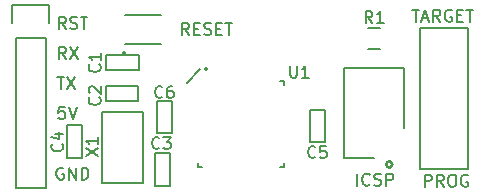
<source format=gto>
%TF.GenerationSoftware,KiCad,Pcbnew,4.0.5-e0-6337~49~ubuntu16.04.1*%
%TF.CreationDate,2017-02-09T22:12:51-08:00*%
%TF.ProjectId,avr-programmer,6176722D70726F6772616D6D65722E6B,v1.0*%
%TF.FileFunction,Legend,Top*%
%FSLAX46Y46*%
G04 Gerber Fmt 4.6, Leading zero omitted, Abs format (unit mm)*
G04 Created by KiCad (PCBNEW 4.0.5-e0-6337~49~ubuntu16.04.1) date Thu Feb  9 22:12:51 2017*
%MOMM*%
%LPD*%
G01*
G04 APERTURE LIST*
%ADD10C,0.350000*%
%ADD11C,0.152400*%
%ADD12C,0.150000*%
%ADD13C,0.254000*%
G04 APERTURE END LIST*
D10*
D11*
X135282820Y-76304019D02*
X135863391Y-76304019D01*
X135573106Y-77320019D02*
X135573106Y-76304019D01*
X136153677Y-77029733D02*
X136637486Y-77029733D01*
X136056915Y-77320019D02*
X136395582Y-76304019D01*
X136734248Y-77320019D01*
X137653486Y-77320019D02*
X137314820Y-76836210D01*
X137072915Y-77320019D02*
X137072915Y-76304019D01*
X137459962Y-76304019D01*
X137556724Y-76352400D01*
X137605105Y-76400781D01*
X137653486Y-76497543D01*
X137653486Y-76642686D01*
X137605105Y-76739448D01*
X137556724Y-76787829D01*
X137459962Y-76836210D01*
X137072915Y-76836210D01*
X138621105Y-76352400D02*
X138524343Y-76304019D01*
X138379200Y-76304019D01*
X138234058Y-76352400D01*
X138137296Y-76449162D01*
X138088915Y-76545924D01*
X138040534Y-76739448D01*
X138040534Y-76884590D01*
X138088915Y-77078114D01*
X138137296Y-77174876D01*
X138234058Y-77271638D01*
X138379200Y-77320019D01*
X138475962Y-77320019D01*
X138621105Y-77271638D01*
X138669486Y-77223257D01*
X138669486Y-76884590D01*
X138475962Y-76884590D01*
X139104915Y-76787829D02*
X139443581Y-76787829D01*
X139588724Y-77320019D02*
X139104915Y-77320019D01*
X139104915Y-76304019D01*
X139588724Y-76304019D01*
X139879010Y-76304019D02*
X140459581Y-76304019D01*
X140169296Y-77320019D02*
X140169296Y-76304019D01*
X136361715Y-91290019D02*
X136361715Y-90274019D01*
X136748762Y-90274019D01*
X136845524Y-90322400D01*
X136893905Y-90370781D01*
X136942286Y-90467543D01*
X136942286Y-90612686D01*
X136893905Y-90709448D01*
X136845524Y-90757829D01*
X136748762Y-90806210D01*
X136361715Y-90806210D01*
X137958286Y-91290019D02*
X137619620Y-90806210D01*
X137377715Y-91290019D02*
X137377715Y-90274019D01*
X137764762Y-90274019D01*
X137861524Y-90322400D01*
X137909905Y-90370781D01*
X137958286Y-90467543D01*
X137958286Y-90612686D01*
X137909905Y-90709448D01*
X137861524Y-90757829D01*
X137764762Y-90806210D01*
X137377715Y-90806210D01*
X138587239Y-90274019D02*
X138780762Y-90274019D01*
X138877524Y-90322400D01*
X138974286Y-90419162D01*
X139022667Y-90612686D01*
X139022667Y-90951352D01*
X138974286Y-91144876D01*
X138877524Y-91241638D01*
X138780762Y-91290019D01*
X138587239Y-91290019D01*
X138490477Y-91241638D01*
X138393715Y-91144876D01*
X138345334Y-90951352D01*
X138345334Y-90612686D01*
X138393715Y-90419162D01*
X138490477Y-90322400D01*
X138587239Y-90274019D01*
X139990286Y-90322400D02*
X139893524Y-90274019D01*
X139748381Y-90274019D01*
X139603239Y-90322400D01*
X139506477Y-90419162D01*
X139458096Y-90515924D01*
X139409715Y-90709448D01*
X139409715Y-90854590D01*
X139458096Y-91048114D01*
X139506477Y-91144876D01*
X139603239Y-91241638D01*
X139748381Y-91290019D01*
X139845143Y-91290019D01*
X139990286Y-91241638D01*
X140038667Y-91193257D01*
X140038667Y-90854590D01*
X139845143Y-90854590D01*
X116380381Y-78437619D02*
X116041715Y-77953810D01*
X115799810Y-78437619D02*
X115799810Y-77421619D01*
X116186857Y-77421619D01*
X116283619Y-77470000D01*
X116332000Y-77518381D01*
X116380381Y-77615143D01*
X116380381Y-77760286D01*
X116332000Y-77857048D01*
X116283619Y-77905429D01*
X116186857Y-77953810D01*
X115799810Y-77953810D01*
X116815810Y-77905429D02*
X117154476Y-77905429D01*
X117299619Y-78437619D02*
X116815810Y-78437619D01*
X116815810Y-77421619D01*
X117299619Y-77421619D01*
X117686667Y-78389238D02*
X117831810Y-78437619D01*
X118073714Y-78437619D01*
X118170476Y-78389238D01*
X118218857Y-78340857D01*
X118267238Y-78244095D01*
X118267238Y-78147333D01*
X118218857Y-78050571D01*
X118170476Y-78002190D01*
X118073714Y-77953810D01*
X117880191Y-77905429D01*
X117783429Y-77857048D01*
X117735048Y-77808667D01*
X117686667Y-77711905D01*
X117686667Y-77615143D01*
X117735048Y-77518381D01*
X117783429Y-77470000D01*
X117880191Y-77421619D01*
X118122095Y-77421619D01*
X118267238Y-77470000D01*
X118702667Y-77905429D02*
X119041333Y-77905429D01*
X119186476Y-78437619D02*
X118702667Y-78437619D01*
X118702667Y-77421619D01*
X119186476Y-77421619D01*
X119476762Y-77421619D02*
X120057333Y-77421619D01*
X119767048Y-78437619D02*
X119767048Y-77421619D01*
X105753505Y-89712800D02*
X105656743Y-89664419D01*
X105511600Y-89664419D01*
X105366458Y-89712800D01*
X105269696Y-89809562D01*
X105221315Y-89906324D01*
X105172934Y-90099848D01*
X105172934Y-90244990D01*
X105221315Y-90438514D01*
X105269696Y-90535276D01*
X105366458Y-90632038D01*
X105511600Y-90680419D01*
X105608362Y-90680419D01*
X105753505Y-90632038D01*
X105801886Y-90583657D01*
X105801886Y-90244990D01*
X105608362Y-90244990D01*
X106237315Y-90680419D02*
X106237315Y-89664419D01*
X106817886Y-90680419D01*
X106817886Y-89664419D01*
X107301696Y-90680419D02*
X107301696Y-89664419D01*
X107543601Y-89664419D01*
X107688743Y-89712800D01*
X107785505Y-89809562D01*
X107833886Y-89906324D01*
X107882267Y-90099848D01*
X107882267Y-90244990D01*
X107833886Y-90438514D01*
X107785505Y-90535276D01*
X107688743Y-90632038D01*
X107543601Y-90680419D01*
X107301696Y-90680419D01*
X105857524Y-84533619D02*
X105373715Y-84533619D01*
X105325334Y-85017429D01*
X105373715Y-84969048D01*
X105470477Y-84920667D01*
X105712381Y-84920667D01*
X105809143Y-84969048D01*
X105857524Y-85017429D01*
X105905905Y-85114190D01*
X105905905Y-85356095D01*
X105857524Y-85452857D01*
X105809143Y-85501238D01*
X105712381Y-85549619D01*
X105470477Y-85549619D01*
X105373715Y-85501238D01*
X105325334Y-85452857D01*
X106196191Y-84533619D02*
X106534858Y-85549619D01*
X106873524Y-84533619D01*
X105228572Y-81993619D02*
X105809143Y-81993619D01*
X105518858Y-83009619D02*
X105518858Y-81993619D01*
X106051048Y-81993619D02*
X106728381Y-83009619D01*
X106728381Y-81993619D02*
X106051048Y-83009619D01*
X105954286Y-80469619D02*
X105615620Y-79985810D01*
X105373715Y-80469619D02*
X105373715Y-79453619D01*
X105760762Y-79453619D01*
X105857524Y-79502000D01*
X105905905Y-79550381D01*
X105954286Y-79647143D01*
X105954286Y-79792286D01*
X105905905Y-79889048D01*
X105857524Y-79937429D01*
X105760762Y-79985810D01*
X105373715Y-79985810D01*
X106292953Y-79453619D02*
X106970286Y-80469619D01*
X106970286Y-79453619D02*
X106292953Y-80469619D01*
X105954286Y-77929619D02*
X105615620Y-77445810D01*
X105373715Y-77929619D02*
X105373715Y-76913619D01*
X105760762Y-76913619D01*
X105857524Y-76962000D01*
X105905905Y-77010381D01*
X105954286Y-77107143D01*
X105954286Y-77252286D01*
X105905905Y-77349048D01*
X105857524Y-77397429D01*
X105760762Y-77445810D01*
X105373715Y-77445810D01*
X106341334Y-77881238D02*
X106486477Y-77929619D01*
X106728381Y-77929619D01*
X106825143Y-77881238D01*
X106873524Y-77832857D01*
X106921905Y-77736095D01*
X106921905Y-77639333D01*
X106873524Y-77542571D01*
X106825143Y-77494190D01*
X106728381Y-77445810D01*
X106534858Y-77397429D01*
X106438096Y-77349048D01*
X106389715Y-77300667D01*
X106341334Y-77203905D01*
X106341334Y-77107143D01*
X106389715Y-77010381D01*
X106438096Y-76962000D01*
X106534858Y-76913619D01*
X106776762Y-76913619D01*
X106921905Y-76962000D01*
X107212191Y-76913619D02*
X107792762Y-76913619D01*
X107502477Y-77929619D02*
X107502477Y-76913619D01*
X130630991Y-91188419D02*
X130630991Y-90172419D01*
X131695372Y-91091657D02*
X131646991Y-91140038D01*
X131501848Y-91188419D01*
X131405086Y-91188419D01*
X131259944Y-91140038D01*
X131163182Y-91043276D01*
X131114801Y-90946514D01*
X131066420Y-90752990D01*
X131066420Y-90607848D01*
X131114801Y-90414324D01*
X131163182Y-90317562D01*
X131259944Y-90220800D01*
X131405086Y-90172419D01*
X131501848Y-90172419D01*
X131646991Y-90220800D01*
X131695372Y-90269181D01*
X132082420Y-91140038D02*
X132227563Y-91188419D01*
X132469467Y-91188419D01*
X132566229Y-91140038D01*
X132614610Y-91091657D01*
X132662991Y-90994895D01*
X132662991Y-90898133D01*
X132614610Y-90801371D01*
X132566229Y-90752990D01*
X132469467Y-90704610D01*
X132275944Y-90656229D01*
X132179182Y-90607848D01*
X132130801Y-90559467D01*
X132082420Y-90462705D01*
X132082420Y-90365943D01*
X132130801Y-90269181D01*
X132179182Y-90220800D01*
X132275944Y-90172419D01*
X132517848Y-90172419D01*
X132662991Y-90220800D01*
X133098420Y-91188419D02*
X133098420Y-90172419D01*
X133485467Y-90172419D01*
X133582229Y-90220800D01*
X133630610Y-90269181D01*
X133678991Y-90365943D01*
X133678991Y-90511086D01*
X133630610Y-90607848D01*
X133582229Y-90656229D01*
X133485467Y-90704610D01*
X133098420Y-90704610D01*
D12*
X111006680Y-79228000D02*
X114006680Y-79228000D01*
X111006680Y-76728000D02*
X114006680Y-76728000D01*
D10*
X110900000Y-79978000D02*
X110900000Y-79978000D01*
X117822020Y-81291180D02*
X117822020Y-81291180D01*
D11*
X112129000Y-81407000D02*
X112129000Y-80137000D01*
X109398500Y-81407000D02*
X109398500Y-80137000D01*
D12*
X112129000Y-81407000D02*
X109398500Y-81407000D01*
X109398500Y-80137000D02*
X112129000Y-80137000D01*
D11*
X109347000Y-82804000D02*
X109347000Y-84074000D01*
X112077500Y-82804000D02*
X112077500Y-84074000D01*
D12*
X109347000Y-82804000D02*
X112077500Y-82804000D01*
X112077500Y-84074000D02*
X109347000Y-84074000D01*
D11*
X113538000Y-91198000D02*
X114808000Y-91198000D01*
X113538000Y-88467500D02*
X114808000Y-88467500D01*
D12*
X113538000Y-91198000D02*
X113538000Y-88467500D01*
X114808000Y-88467500D02*
X114808000Y-91198000D01*
D11*
X126619000Y-87491000D02*
X127889000Y-87491000D01*
X126619000Y-84760500D02*
X127889000Y-84760500D01*
D12*
X126619000Y-87491000D02*
X126619000Y-84760500D01*
X127889000Y-84760500D02*
X127889000Y-87491000D01*
D11*
X113665000Y-86753000D02*
X114935000Y-86753000D01*
X113665000Y-84022500D02*
X114935000Y-84022500D01*
D12*
X113665000Y-86753000D02*
X113665000Y-84022500D01*
X114935000Y-84022500D02*
X114935000Y-86753000D01*
X104267000Y-78740000D02*
X104267000Y-91440000D01*
X104267000Y-91440000D02*
X101727000Y-91440000D01*
X101727000Y-91440000D02*
X101727000Y-78740000D01*
X104547000Y-75920000D02*
X104547000Y-77470000D01*
X104267000Y-78740000D02*
X101727000Y-78740000D01*
X101447000Y-77470000D02*
X101447000Y-75920000D01*
X101447000Y-75920000D02*
X104547000Y-75920000D01*
X132580000Y-77890000D02*
X131580000Y-77890000D01*
X131580000Y-79590000D02*
X132580000Y-79590000D01*
D11*
X109016800Y-84963000D02*
X112522000Y-84963000D01*
X109016800Y-84963000D02*
X109016800Y-90957400D01*
X112522000Y-84963000D02*
X112522000Y-90957400D01*
X109016800Y-90957400D02*
X112522000Y-90957400D01*
X117348000Y-81343500D02*
X116205000Y-82486500D01*
D12*
X124402000Y-82354000D02*
X124402000Y-82679000D01*
X124402000Y-89604000D02*
X124402000Y-89279000D01*
X117152000Y-89604000D02*
X117152000Y-89279000D01*
X117152000Y-89604000D02*
X117477000Y-89604000D01*
X124402000Y-89604000D02*
X124077000Y-89604000D01*
X124402000Y-82354000D02*
X124077000Y-82354000D01*
D11*
X107315000Y-86094000D02*
X106045000Y-86094000D01*
X107315000Y-88824500D02*
X106045000Y-88824500D01*
D12*
X107315000Y-86094000D02*
X107315000Y-88824500D01*
X106045000Y-88824500D02*
X106045000Y-86094000D01*
D13*
X133604000Y-89408000D02*
G75*
G03X133604000Y-89408000I-254000J0D01*
G01*
D12*
X134620000Y-86360000D02*
X134620000Y-81280000D01*
X134620000Y-81280000D02*
X129540000Y-81280000D01*
X129540000Y-81280000D02*
X129540000Y-86360000D01*
X129540000Y-88900000D02*
X132080000Y-88900000D01*
X129540000Y-86360000D02*
X129540000Y-88900000D01*
D11*
X140004800Y-77820000D02*
X135940800Y-77820000D01*
X140004800Y-89820000D02*
X140004800Y-77820000D01*
X135940800Y-89820000D02*
X135940800Y-77820000D01*
X140004800Y-89820000D02*
X135940800Y-89820000D01*
D12*
X108815143Y-80938666D02*
X108862762Y-80986285D01*
X108910381Y-81129142D01*
X108910381Y-81224380D01*
X108862762Y-81367238D01*
X108767524Y-81462476D01*
X108672286Y-81510095D01*
X108481810Y-81557714D01*
X108338952Y-81557714D01*
X108148476Y-81510095D01*
X108053238Y-81462476D01*
X107958000Y-81367238D01*
X107910381Y-81224380D01*
X107910381Y-81129142D01*
X107958000Y-80986285D01*
X108005619Y-80938666D01*
X108910381Y-79986285D02*
X108910381Y-80557714D01*
X108910381Y-80272000D02*
X107910381Y-80272000D01*
X108053238Y-80367238D01*
X108148476Y-80462476D01*
X108196095Y-80557714D01*
X108815143Y-83732666D02*
X108862762Y-83780285D01*
X108910381Y-83923142D01*
X108910381Y-84018380D01*
X108862762Y-84161238D01*
X108767524Y-84256476D01*
X108672286Y-84304095D01*
X108481810Y-84351714D01*
X108338952Y-84351714D01*
X108148476Y-84304095D01*
X108053238Y-84256476D01*
X107958000Y-84161238D01*
X107910381Y-84018380D01*
X107910381Y-83923142D01*
X107958000Y-83780285D01*
X108005619Y-83732666D01*
X108005619Y-83351714D02*
X107958000Y-83304095D01*
X107910381Y-83208857D01*
X107910381Y-82970761D01*
X107958000Y-82875523D01*
X108005619Y-82827904D01*
X108100857Y-82780285D01*
X108196095Y-82780285D01*
X108338952Y-82827904D01*
X108910381Y-83399333D01*
X108910381Y-82780285D01*
X113879334Y-87987143D02*
X113831715Y-88034762D01*
X113688858Y-88082381D01*
X113593620Y-88082381D01*
X113450762Y-88034762D01*
X113355524Y-87939524D01*
X113307905Y-87844286D01*
X113260286Y-87653810D01*
X113260286Y-87510952D01*
X113307905Y-87320476D01*
X113355524Y-87225238D01*
X113450762Y-87130000D01*
X113593620Y-87082381D01*
X113688858Y-87082381D01*
X113831715Y-87130000D01*
X113879334Y-87177619D01*
X114212667Y-87082381D02*
X114831715Y-87082381D01*
X114498381Y-87463333D01*
X114641239Y-87463333D01*
X114736477Y-87510952D01*
X114784096Y-87558571D01*
X114831715Y-87653810D01*
X114831715Y-87891905D01*
X114784096Y-87987143D01*
X114736477Y-88034762D01*
X114641239Y-88082381D01*
X114355524Y-88082381D01*
X114260286Y-88034762D01*
X114212667Y-87987143D01*
X127087334Y-88749143D02*
X127039715Y-88796762D01*
X126896858Y-88844381D01*
X126801620Y-88844381D01*
X126658762Y-88796762D01*
X126563524Y-88701524D01*
X126515905Y-88606286D01*
X126468286Y-88415810D01*
X126468286Y-88272952D01*
X126515905Y-88082476D01*
X126563524Y-87987238D01*
X126658762Y-87892000D01*
X126801620Y-87844381D01*
X126896858Y-87844381D01*
X127039715Y-87892000D01*
X127087334Y-87939619D01*
X127992096Y-87844381D02*
X127515905Y-87844381D01*
X127468286Y-88320571D01*
X127515905Y-88272952D01*
X127611143Y-88225333D01*
X127849239Y-88225333D01*
X127944477Y-88272952D01*
X127992096Y-88320571D01*
X128039715Y-88415810D01*
X128039715Y-88653905D01*
X127992096Y-88749143D01*
X127944477Y-88796762D01*
X127849239Y-88844381D01*
X127611143Y-88844381D01*
X127515905Y-88796762D01*
X127468286Y-88749143D01*
X114133334Y-83669143D02*
X114085715Y-83716762D01*
X113942858Y-83764381D01*
X113847620Y-83764381D01*
X113704762Y-83716762D01*
X113609524Y-83621524D01*
X113561905Y-83526286D01*
X113514286Y-83335810D01*
X113514286Y-83192952D01*
X113561905Y-83002476D01*
X113609524Y-82907238D01*
X113704762Y-82812000D01*
X113847620Y-82764381D01*
X113942858Y-82764381D01*
X114085715Y-82812000D01*
X114133334Y-82859619D01*
X114990477Y-82764381D02*
X114800000Y-82764381D01*
X114704762Y-82812000D01*
X114657143Y-82859619D01*
X114561905Y-83002476D01*
X114514286Y-83192952D01*
X114514286Y-83573905D01*
X114561905Y-83669143D01*
X114609524Y-83716762D01*
X114704762Y-83764381D01*
X114895239Y-83764381D01*
X114990477Y-83716762D01*
X115038096Y-83669143D01*
X115085715Y-83573905D01*
X115085715Y-83335810D01*
X115038096Y-83240571D01*
X114990477Y-83192952D01*
X114895239Y-83145333D01*
X114704762Y-83145333D01*
X114609524Y-83192952D01*
X114561905Y-83240571D01*
X114514286Y-83335810D01*
X131913334Y-77414381D02*
X131580000Y-76938190D01*
X131341905Y-77414381D02*
X131341905Y-76414381D01*
X131722858Y-76414381D01*
X131818096Y-76462000D01*
X131865715Y-76509619D01*
X131913334Y-76604857D01*
X131913334Y-76747714D01*
X131865715Y-76842952D01*
X131818096Y-76890571D01*
X131722858Y-76938190D01*
X131341905Y-76938190D01*
X132865715Y-77414381D02*
X132294286Y-77414381D01*
X132580000Y-77414381D02*
X132580000Y-76414381D01*
X132484762Y-76557238D01*
X132389524Y-76652476D01*
X132294286Y-76700095D01*
X107656381Y-88693524D02*
X108656381Y-88026857D01*
X107656381Y-88026857D02*
X108656381Y-88693524D01*
X108656381Y-87122095D02*
X108656381Y-87693524D01*
X108656381Y-87407810D02*
X107656381Y-87407810D01*
X107799238Y-87503048D01*
X107894476Y-87598286D01*
X107942095Y-87693524D01*
X124968095Y-81045381D02*
X124968095Y-81854905D01*
X125015714Y-81950143D01*
X125063333Y-81997762D01*
X125158571Y-82045381D01*
X125349048Y-82045381D01*
X125444286Y-81997762D01*
X125491905Y-81950143D01*
X125539524Y-81854905D01*
X125539524Y-81045381D01*
X126539524Y-82045381D02*
X125968095Y-82045381D01*
X126253809Y-82045381D02*
X126253809Y-81045381D01*
X126158571Y-81188238D01*
X126063333Y-81283476D01*
X125968095Y-81331095D01*
X105640143Y-87669666D02*
X105687762Y-87717285D01*
X105735381Y-87860142D01*
X105735381Y-87955380D01*
X105687762Y-88098238D01*
X105592524Y-88193476D01*
X105497286Y-88241095D01*
X105306810Y-88288714D01*
X105163952Y-88288714D01*
X104973476Y-88241095D01*
X104878238Y-88193476D01*
X104783000Y-88098238D01*
X104735381Y-87955380D01*
X104735381Y-87860142D01*
X104783000Y-87717285D01*
X104830619Y-87669666D01*
X105068714Y-86812523D02*
X105735381Y-86812523D01*
X104687762Y-87050619D02*
X105402048Y-87288714D01*
X105402048Y-86669666D01*
M02*

</source>
